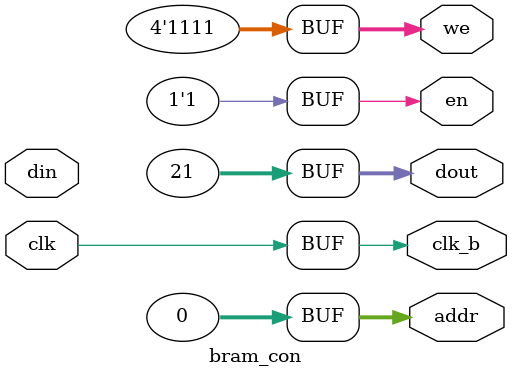
<source format=v>
module bram_con(

    output [31:0]addr,
    output [31:0]dout,
    input  [31:0] din,
    output [3:0] we,
    output en,
    output clk_b,
    input clk
);

assign addr = 32'b0;
assign dout = 32'b010101;
assign en = 1'b1;
assign we = 4'b1111;
assign clk_b = clk;



endmodule
</source>
